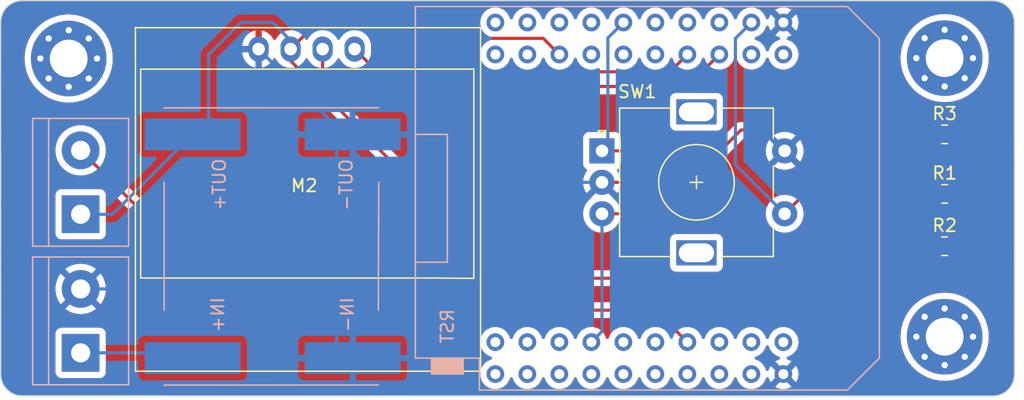
<source format=kicad_pcb>
(kicad_pcb (version 20221018) (generator pcbnew)
  (layers (0 "F.Cu" signal) (31 "B.Cu" signal) (34 "B.Paste" user) (35 "F.Paste" user) (36 "B.SilkS" user "B.Silkscreen") (37 "F.SilkS" user "F.Silkscreen") (38 "B.Mask" user) (39 "F.Mask" user) (44 "Edge.Cuts" user))
  (net 0 "")
  (footprint "Resistor_SMD:R_0805_2012Metric_Pad1.20x1.40mm_HandSolder" (layer "F.Cu") (at 172.771201 91.90926)
    (fp_text reference "R3" (at 0 -1.65) (layer "F.SilkS"))
    (fp_text value "R" hide)
    (fp_line (start -0.227064 -0.735) (end 0.227064 -0.735) (stroke (width 0.12)) (layer "F.SilkS"))
    (fp_line (start -0.227064 0.735) (end 0.227064 0.735) (stroke (width 0.12)) (layer "F.SilkS"))
    (pad "1" smd roundrect (at -1 0) (size 1.2 1.4) (layers "F.Cu" "F.Paste" "F.Mask") (roundrect_rratio 0.208333))
    (pad "2" smd roundrect (at 1 0) (size 1.2 1.4) (layers "F.Cu" "F.Paste" "F.Mask") (roundrect_rratio 0.208333))
  )
  (footprint "MountingHole:MountingHole_3mm_Pad_Via" (layer "F.Cu") (at 172.771201 85.84926)
    (fp_text reference "H2" hide)
    (fp_text value "MountingHole_3mm_Pad_Via" hide)
    (pad "1" thru_hole circle (at -2.25 0) (size 0.8 0.8) (drill 0.5) (layers "*.Cu" "*.Mask"))
    (pad "1" thru_hole circle (at -1.59099 -1.59099) (size 0.8 0.8) (drill 0.5) (layers "*.Cu" "*.Mask"))
    (pad "1" thru_hole circle (at -1.59099 1.59099) (size 0.8 0.8) (drill 0.5) (layers "*.Cu" "*.Mask"))
    (pad "1" thru_hole circle (at 0 -2.25) (size 0.8 0.8) (drill 0.5) (layers "*.Cu" "*.Mask"))
    (pad "1" thru_hole circle (at 0 0) (size 6 6) (drill 3) (layers "*.Cu" "*.Mask"))
    (pad "1" thru_hole circle (at 0 2.25) (size 0.8 0.8) (drill 0.5) (layers "*.Cu" "*.Mask"))
    (pad "1" thru_hole circle (at 1.59099 -1.59099) (size 0.8 0.8) (drill 0.5) (layers "*.Cu" "*.Mask"))
    (pad "1" thru_hole circle (at 1.59099 1.59099) (size 0.8 0.8) (drill 0.5) (layers "*.Cu" "*.Mask"))
    (pad "1" thru_hole circle (at 2.25 0) (size 0.8 0.8) (drill 0.5) (layers "*.Cu" "*.Mask"))
  )
  (footprint "MountingHole:MountingHole_3mm_Pad_Via" (layer "F.Cu") (at 103.242191 85.88025)
    (fp_text reference "H1" hide)
    (fp_text value "MountingHole_3mm_Pad_Via" hide)
    (pad "1" thru_hole circle (at -2.25 0) (size 0.8 0.8) (drill 0.5) (layers "*.Cu" "*.Mask"))
    (pad "1" thru_hole circle (at -1.59099 -1.59099) (size 0.8 0.8) (drill 0.5) (layers "*.Cu" "*.Mask"))
    (pad "1" thru_hole circle (at -1.59099 1.59099) (size 0.8 0.8) (drill 0.5) (layers "*.Cu" "*.Mask"))
    (pad "1" thru_hole circle (at 0 -2.25) (size 0.8 0.8) (drill 0.5) (layers "*.Cu" "*.Mask"))
    (pad "1" thru_hole circle (at 0 0) (size 6 6) (drill 3) (layers "*.Cu" "*.Mask"))
    (pad "1" thru_hole circle (at 0 2.25) (size 0.8 0.8) (drill 0.5) (layers "*.Cu" "*.Mask"))
    (pad "1" thru_hole circle (at 1.59099 -1.59099) (size 0.8 0.8) (drill 0.5) (layers "*.Cu" "*.Mask"))
    (pad "1" thru_hole circle (at 1.59099 1.59099) (size 0.8 0.8) (drill 0.5) (layers "*.Cu" "*.Mask"))
    (pad "1" thru_hole circle (at 2.25 0) (size 0.8 0.8) (drill 0.5) (layers "*.Cu" "*.Mask"))
  )
  (footprint "Rotary_Encoder:RotaryEncoder_Alps_EC11E-Switch_Vertical_H20mm" (layer "F.Cu") (at 145.571201 93.21926)
    (fp_text reference "SW1" (at 2.8 -4.7) (layer "F.SilkS"))
    (fp_text value "RotaryEncoder_Switch" hide)
    (fp_line (start -0.3 -1.6) (end 0.3 -1.6) (stroke (width 0.12)) (layer "F.SilkS"))
    (fp_line (start 0 -1.3) (end -0.3 -1.6) (stroke (width 0.12)) (layer "F.SilkS"))
    (fp_line (start 0.3 -1.6) (end 0 -1.3) (stroke (width 0.12)) (layer "F.SilkS"))
    (fp_line (start 1.4 -3.4) (end 1.4 8.4) (stroke (width 0.12)) (layer "F.SilkS"))
    (fp_line (start 5.5 -3.4) (end 1.4 -3.4) (stroke (width 0.12)) (layer "F.SilkS"))
    (fp_line (start 5.5 8.4) (end 1.4 8.4) (stroke (width 0.12)) (layer "F.SilkS"))
    (fp_line (start 7 2.5) (end 8 2.5) (stroke (width 0.12)) (layer "F.SilkS"))
    (fp_line (start 7.5 2) (end 7.5 3) (stroke (width 0.12)) (layer "F.SilkS"))
    (fp_line (start 9.5 -3.4) (end 13.6 -3.4) (stroke (width 0.12)) (layer "F.SilkS"))
    (fp_line (start 13.6 -3.4) (end 13.6 -1) (stroke (width 0.12)) (layer "F.SilkS"))
    (fp_line (start 13.6 1.2) (end 13.6 3.8) (stroke (width 0.12)) (layer "F.SilkS"))
    (fp_line (start 13.6 6) (end 13.6 8.4) (stroke (width 0.12)) (layer "F.SilkS"))
    (fp_line (start 13.6 8.4) (end 9.5 8.4) (stroke (width 0.12)) (layer "F.SilkS"))
    (fp_circle (center 7.5 2.5) (end 10.5 2.5) (stroke (width 0.12)) (fill none) (layer "F.SilkS"))
    (pad "A" thru_hole rect (at 0 0) (size 2 2) (drill 1) (layers "*.Cu" "*.Mask"))
    (pad "B" thru_hole circle (at 0 5) (size 2 2) (drill 1) (layers "*.Cu" "*.Mask"))
    (pad "C" thru_hole circle (at 0 2.5) (size 2 2) (drill 1) (layers "*.Cu" "*.Mask"))
    (pad "MP" thru_hole rect (at 7.5 -3.1) (size 3.2 2) (drill oval 2.8 1.5) (layers "*.Cu" "*.Mask"))
    (pad "MP" thru_hole rect (at 7.5 8.1) (size 3.2 2) (drill oval 2.8 1.5) (layers "*.Cu" "*.Mask"))
    (pad "S1" thru_hole circle (at 14.5 5) (size 2 2) (drill 1) (layers "*.Cu" "*.Mask"))
    (pad "S2" thru_hole circle (at 14.5 0) (size 2 2) (drill 1) (layers "*.Cu" "*.Mask"))
  )
  (footprint "Resistor_SMD:R_0805_2012Metric_Pad1.20x1.40mm_HandSolder" (layer "F.Cu") (at 172.771201 100.79926)
    (fp_text reference "R2" (at 0 -1.65) (layer "F.SilkS"))
    (fp_text value "R")
    (fp_line (start -0.227064 -0.735) (end 0.227064 -0.735) (stroke (width 0.12)) (layer "F.SilkS"))
    (fp_line (start -0.227064 0.735) (end 0.227064 0.735) (stroke (width 0.12)) (layer "F.SilkS"))
    (pad "1" smd roundrect (at -1 0) (size 1.2 1.4) (layers "F.Cu" "F.Paste" "F.Mask") (roundrect_rratio 0.208333))
    (pad "2" smd roundrect (at 1 0) (size 1.2 1.4) (layers "F.Cu" "F.Paste" "F.Mask") (roundrect_rratio 0.208333))
  )
  (footprint "MountingHole:MountingHole_3mm_Pad_Via" (layer "F.Cu") (at 172.771201 107.993424)
    (fp_text reference "H3" hide)
    (fp_text value "MountingHole_3mm_Pad_Via" hide)
    (pad "1" thru_hole circle (at -2.25 0) (size 0.8 0.8) (drill 0.5) (layers "*.Cu" "*.Mask"))
    (pad "1" thru_hole circle (at -1.59099 -1.59099) (size 0.8 0.8) (drill 0.5) (layers "*.Cu" "*.Mask"))
    (pad "1" thru_hole circle (at -1.59099 1.59099) (size 0.8 0.8) (drill 0.5) (layers "*.Cu" "*.Mask"))
    (pad "1" thru_hole circle (at 0 -2.25) (size 0.8 0.8) (drill 0.5) (layers "*.Cu" "*.Mask"))
    (pad "1" thru_hole circle (at 0 0) (size 6 6) (drill 3) (layers "*.Cu" "*.Mask"))
    (pad "1" thru_hole circle (at 0 2.25) (size 0.8 0.8) (drill 0.5) (layers "*.Cu" "*.Mask"))
    (pad "1" thru_hole circle (at 1.59099 -1.59099) (size 0.8 0.8) (drill 0.5) (layers "*.Cu" "*.Mask"))
    (pad "1" thru_hole circle (at 1.59099 1.59099) (size 0.8 0.8) (drill 0.5) (layers "*.Cu" "*.Mask"))
    (pad "1" thru_hole circle (at 2.25 0) (size 0.8 0.8) (drill 0.5) (layers "*.Cu" "*.Mask"))
  )
  (footprint "Library:SSD1306-128x64OLED" (layer "F.Cu") (at 121.936839 95.730893)
    (fp_text reference "M2" (at 0 0.254) (layer "F.SilkS"))
    (fp_text value "~" hide)
    (fp_line (start -13.4 -12.3) (end 14 -12.3) (stroke (width 0.12)) (layer "F.SilkS"))
    (fp_line (start -13.4 15) (end -13.4 -12.3) (stroke (width 0.12)) (layer "F.SilkS"))
    (fp_line (start -12.978 -9.005) (end 10.122 -9.005) (stroke (width 0.12)) (layer "F.SilkS"))
    (fp_line (start -12.978 7.595) (end -12.978 -9.005) (stroke (width 0.12)) (layer "F.SilkS"))
    (fp_line (start 10.122 -9.005) (end 13.208 -9.005) (stroke (width 0.12)) (layer "F.SilkS"))
    (fp_line (start 10.122 7.595) (end -12.978 7.595) (stroke (width 0.12)) (layer "F.SilkS"))
    (fp_line (start 10.122 7.595) (end 13.462 7.62) (stroke (width 0.12)) (layer "F.SilkS"))
    (fp_line (start 13.462 -9.017) (end 13.208 -9.005) (stroke (width 0.12)) (layer "F.SilkS"))
    (fp_line (start 13.462 7.62) (end 13.462 -9.017) (stroke (width 0.12)) (layer "F.SilkS"))
    (fp_line (start 14 -12.3) (end 14 15) (stroke (width 0.12)) (layer "F.SilkS"))
    (fp_line (start 14 15) (end -13.4 15) (stroke (width 0.12)) (layer "F.SilkS"))
    (pad "1" thru_hole oval (at -3.62 -10.6 90) (size 2 1.6) (drill 1) (layers "*.Cu" "*.Mask"))
    (pad "2" thru_hole oval (at -1.08 -10.6 90) (size 2 1.6) (drill 1) (layers "*.Cu" "*.Mask"))
    (pad "3" thru_hole oval (at 1.46 -10.6 90) (size 2 1.6) (drill 1) (layers "*.Cu" "*.Mask"))
    (pad "4" thru_hole oval (at 4 -10.6 90) (size 2 1.6) (drill 1) (layers "*.Cu" "*.Mask"))
  )
  (footprint "Resistor_SMD:R_0805_2012Metric_Pad1.20x1.40mm_HandSolder" (layer "F.Cu") (at 172.771201 96.639484)
    (fp_text reference "R1" (at 0 -1.65) (layer "F.SilkS"))
    (fp_text value "R" hide)
    (fp_line (start -0.227064 -0.735) (end 0.227064 -0.735) (stroke (width 0.12)) (layer "F.SilkS"))
    (fp_line (start -0.227064 0.735) (end 0.227064 0.735) (stroke (width 0.12)) (layer "F.SilkS"))
    (pad "1" smd roundrect (at -1 0) (size 1.2 1.4) (layers "F.Cu" "F.Paste" "F.Mask") (roundrect_rratio 0.208333))
    (pad "2" smd roundrect (at 1 0) (size 1.2 1.4) (layers "F.Cu" "F.Paste" "F.Mask") (roundrect_rratio 0.208333))
  )
  (footprint "TerminalBlock:TerminalBlock_bornier-2_P5.08mm" (layer "B.Cu") (at 104.191201 109.271994 90)
    (fp_text reference "J6" hide)
    (fp_text value "Screw_Terminal_01x02" hide)
    (fp_line (start -2.54 -3.81) (end 7.62 -3.81) (stroke (width 0.12)) (layer "B.SilkS"))
    (fp_line (start -2.54 3.81) (end -2.54 -3.81) (stroke (width 0.12)) (layer "B.SilkS"))
    (fp_line (start 7.62 -3.81) (end 7.62 3.81) (stroke (width 0.12)) (layer "B.SilkS"))
    (fp_line (start 7.62 -2.54) (end -2.54 -2.54) (stroke (width 0.12)) (layer "B.SilkS"))
    (fp_line (start 7.62 3.81) (end -2.54 3.81) (stroke (width 0.12)) (layer "B.SilkS"))
    (pad "1" thru_hole rect (at 0 0 90) (size 3 3) (drill 1.52) (layers "*.Cu" "*.Mask"))
    (pad "2" thru_hole circle (at 5.08 0 90) (size 3 3) (drill 1.52) (layers "*.Cu" "*.Mask"))
  )
  (footprint "Library:MP1584_Module_Nopad" (layer "B.Cu") (at 119.431201 100.79926 -90)
    (fp_text reference "M1" hide)
    (fp_text value "MP1584-Module" hide)
    (fp_text user "OUT+" (at -4.908348 4.235447 -270 unlocked) (layer "B.SilkS") (effects (justify mirror)))
    (fp_text user "OUT-" (at -4.876994 -5.829107 -270 unlocked) (layer "B.SilkS") (effects (justify mirror)))
    (fp_text user "IN+" (at 5.43839 4.360862 -270 unlocked) (layer "B.SilkS") (effects (justify mirror)))
    (fp_text user "IN-" (at 5.43839 -5.923168 -270 unlocked) (layer "B.SilkS") (effects (justify mirror)))
    (fp_line (start -11.00494 -8.420414) (end -10.995261 8.614284) (stroke (width 0.12)) (layer "B.SilkS"))
    (fp_line (start -5.08 8.614284) (end 5.08 8.615795) (stroke (width 0.12)) (layer "B.SilkS"))
    (fp_line (start 5.08 -8.388015) (end -5.08 -8.420414) (stroke (width 0.12)) (layer "B.SilkS"))
    (fp_line (start 11.0352 8.615795) (end 11.025639 -8.388015) (stroke (width 0.12)) (layer "B.SilkS"))
    (pad "1" smd rect (at 8.89 6.35 90) (size 2.54 7.62) (layers "B.Cu" "B.Paste" "B.Mask"))
    (pad "2" smd rect (at 8.89 -6.35 270) (size 2.54 7.62) (layers "B.Cu" "B.Paste" "B.Mask"))
    (pad "3" smd rect (at -8.89 6.35 90) (size 2.54 7.62) (layers "B.Cu" "B.Paste" "B.Mask"))
    (pad "4" smd rect (at -8.89 -6.35 270) (size 2.54 7.62) (layers "B.Cu" "B.Paste" "B.Mask"))
  )
  (footprint "TerminalBlock:TerminalBlock_bornier-2_P5.08mm" (layer "B.Cu") (at 104.191201 98.25926 90)
    (fp_text reference "J1" hide)
    (fp_text value "Screw_Terminal_01x02" hide)
    (fp_line (start -2.54 -3.81) (end 7.62 -3.81) (stroke (width 0.12)) (layer "B.SilkS"))
    (fp_line (start -2.54 3.81) (end -2.54 -3.81) (stroke (width 0.12)) (layer "B.SilkS"))
    (fp_line (start 7.62 -3.81) (end 7.62 3.81) (stroke (width 0.12)) (layer "B.SilkS"))
    (fp_line (start 7.62 -2.54) (end -2.54 -2.54) (stroke (width 0.12)) (layer "B.SilkS"))
    (fp_line (start 7.62 3.81) (end -2.54 3.81) (stroke (width 0.12)) (layer "B.SilkS"))
    (pad "1" thru_hole rect (at 0 0 90) (size 3 3) (drill 1.52) (layers "*.Cu" "*.Mask"))
    (pad "2" thru_hole circle (at 5.08 0 90) (size 3 3) (drill 1.52) (layers "*.Cu" "*.Mask"))
  )
  (footprint "Library:esp32-wemos-d1-mini" (layer "B.Cu") (at 148.538799 96.98926 90)
    (fp_text reference "U1" hide)
    (fp_text value "mini_esp32" hide)
    (fp_text user "RST" (at -10.16 -15.24 270) (layer "B.SilkS") (effects (justify mirror)))
    (fp_line (start -15.24 -12.7) (end -12.7 -12.7) (stroke (width 0.12)) (layer "B.SilkS"))
    (fp_line (start -15.24 16.51) (end -15.24 -12.7) (stroke (width 0.12)) (layer "B.SilkS"))
    (fp_line (start -12.7 -17.78) (end 15.24 -17.78) (stroke (width 0.12)) (layer "B.SilkS"))
    (fp_line (start -12.7 -12.7) (end -12.7 -17.78) (stroke (width 0.12)) (layer "B.SilkS"))
    (fp_line (start -12.7 19.05) (end -15.24 16.51) (stroke (width 0.12)) (layer "B.SilkS"))
    (fp_line (start -12.7 19.05) (end -11.43 19.05) (stroke (width 0.12)) (layer "B.SilkS"))
    (fp_line (start -5.08 -17.78) (end -5.08 -15.24) (stroke (width 0.12)) (layer "B.SilkS"))
    (fp_line (start -5.08 -15.24) (end 5.08 -15.24) (stroke (width 0.12)) (layer "B.SilkS"))
    (fp_line (start 5.08 -15.24) (end 5.08 -17.78) (stroke (width 0.12)) (layer "B.SilkS"))
    (fp_line (start 12.7 19.05) (end -11.43 19.05) (stroke (width 0.12)) (layer "B.SilkS"))
    (fp_line (start 12.7 19.05) (end 15.24 16.51) (stroke (width 0.12)) (layer "B.SilkS"))
    (fp_line (start 15.24 16.51) (end 15.24 -17.78) (stroke (width 0.12)) (layer "B.SilkS"))
    (fp_poly (pts (xy -13.97 -16.51) (xy -13.97 -13.97) (xy -12.7 -13.97) (xy -12.7 -16.51)) (stroke (width 0.1)) (fill solid) (layer "B.SilkS"))
    (pad "1" thru_hole circle (at -13.97 11.43 180) (size 1.4 1.4) (drill 0.8) (layers "*.Cu" "*.Mask"))
    (pad "2" thru_hole circle (at -11.43 11.43 180) (size 1.4 1.4) (drill 0.8) (layers "*.Cu" "*.Mask"))
    (pad "3" thru_hole circle (at -13.97 8.89 180) (size 1.4 1.4) (drill 0.8) (layers "*.Cu" "*.Mask"))
    (pad "4" thru_hole circle (at -11.43 8.89 180) (size 1.4 1.4) (drill 0.8) (layers "*.Cu" "*.Mask"))
    (pad "5" thru_hole circle (at -13.97 6.35 180) (size 1.4 1.4) (drill 0.8) (layers "*.Cu" "*.Mask"))
    (pad "6" thru_hole circle (at -11.43 6.35 180) (size 1.4 1.4) (drill 0.8) (layers "*.Cu" "*.Mask"))
    (pad "7" thru_hole circle (at -13.97 3.81 180) (size 1.4 1.4) (drill 0.8) (layers "*.Cu" "*.Mask"))
    (pad "8" thru_hole circle (at -11.43 3.81 180) (size 1.4 1.4) (drill 0.8) (layers "*.Cu" "*.Mask"))
    (pad "9" thru_hole circle (at -13.97 1.27 180) (size 1.4 1.4) (drill 0.8) (layers "*.Cu" "*.Mask"))
    (pad "10" thru_hole circle (at -11.43 1.27 180) (size 1.4 1.4) (drill 0.8) (layers "*.Cu" "*.Mask"))
    (pad "11" thru_hole circle (at -13.97 -1.27 180) (size 1.4 1.4) (drill 0.8) (layers "*.Cu" "*.Mask"))
    (pad "12" thru_hole circle (at -11.43 -1.27 180) (size 1.4 1.4) (drill 0.8) (layers "*.Cu" "*.Mask"))
    (pad "13" thru_hole circle (at -13.97 -3.81 180) (size 1.4 1.4) (drill 0.8) (layers "*.Cu" "*.Mask"))
    (pad "14" thru_hole circle (at -11.43 -3.81 180) (size 1.4 1.4) (drill 0.8) (layers "*.Cu" "*.Mask"))
    (pad "15" thru_hole circle (at -13.97 -6.35 180) (size 1.4 1.4) (drill 0.8) (layers "*.Cu" "*.Mask"))
    (pad "16" thru_hole circle (at -11.43 -6.35 180) (size 1.4 1.4) (drill 0.8) (layers "*.Cu" "*.Mask"))
    (pad "17" thru_hole circle (at -13.97 -8.89 180) (size 1.4 1.4) (drill 0.8) (layers "*.Cu" "*.Mask"))
    (pad "18" thru_hole circle (at -11.43 -8.89 180) (size 1.4 1.4) (drill 0.8) (layers "*.Cu" "*.Mask"))
    (pad "19" thru_hole circle (at -13.97 -11.43 180) (size 1.4 1.4) (drill 0.8) (layers "*.Cu" "*.Mask"))
    (pad "20" thru_hole circle (at -11.43 -11.43 180) (size 1.4 1.4) (drill 0.8) (layers "*.Cu" "*.Mask"))
    (pad "21" thru_hole circle (at 11.43 11.43 180) (size 1.4 1.4) (drill 0.8) (layers "*.Cu" "*.Mask"))
    (pad "22" thru_hole circle (at 13.97 11.43 180) (size 1.4 1.4) (drill 0.8) (layers "*.Cu" "*.Mask"))
    (pad "23" thru_hole circle (at 11.43 8.89 180) (size 1.4 1.4) (drill 0.8) (layers "*.Cu" "*.Mask"))
    (pad "24" thru_hole circle (at 13.97 8.89 180) (size 1.4 1.4) (drill 0.8) (layers "*.Cu" "*.Mask"))
    (pad "25" thru_hole circle (at 11.43 6.35 180) (size 1.4 1.4) (drill 0.8) (layers "*.Cu" "*.Mask"))
    (pad "26" thru_hole circle (at 13.97 6.35 180) (size 1.4 1.4) (drill 0.8) (layers "*.Cu" "*.Mask"))
    (pad "27" thru_hole circle (at 11.43 3.81 180) (size 1.4 1.4) (drill 0.8) (layers "*.Cu" "*.Mask"))
    (pad "28" thru_hole circle (at 13.97 3.81 180) (size 1.4 1.4) (drill 0.8) (layers "*.Cu" "*.Mask"))
    (pad "29" thru_hole circle (at 11.43 1.27 180) (size 1.4 1.4) (drill 0.8) (layers "*.Cu" "*.Mask"))
    (pad "30" thru_hole circle (at 13.97 1.27 180) (size 1.4 1.4) (drill 0.8) (layers "*.Cu" "*.Mask"))
    (pad "31" thru_hole circle (at 11.43 -1.27 180) (size 1.4 1.4) (drill 0.8) (layers "*.Cu" "*.Mask"))
    (pad "32" thru_hole circle (at 13.97 -1.27 180) (size 1.4 1.4) (drill 0.8) (layers "*.Cu" "*.Mask"))
    (pad "33" thru_hole circle (at 11.43 -3.81 180) (size 1.4 1.4) (drill 0.8) (layers "*.Cu" "*.Mask"))
    (pad "34" thru_hole circle (at 13.97 -3.81 180) (size 1.4 1.4) (drill 0.8) (layers "*.Cu" "*.Mask"))
    (pad "35" thru_hole circle (at 11.43 -6.35 180) (size 1.4 1.4) (drill 0.8) (layers "*.Cu" "*.Mask"))
    (pad "36" thru_hole circle (at 13.97 -6.35 180) (size 1.4 1.4) (drill 0.8) (layers "*.Cu" "*.Mask"))
    (pad "37" thru_hole circle (at 11.43 -8.89 180) (size 1.4 1.4) (drill 0.8) (layers "*.Cu" "*.Mask"))
    (pad "38" thru_hole circle (at 13.97 -8.89 180) (size 1.4 1.4) (drill 0.8) (layers "*.Cu" "*.Mask"))
    (pad "39" thru_hole circle (at 11.43 -11.43 180) (size 1.4 1.4) (drill 0.8) (layers "*.Cu" "*.Mask"))
    (pad "40" thru_hole circle (at 13.97 -11.43 180) (size 1.4 1.4) (drill 0.8) (layers "*.Cu" "*.Mask"))
  )
  (gr_line (start 178.305143 82.909924) (end 178.314308 110.968906) (stroke (width 0.1)) (layer "Edge.Cuts"))
  (gr_arc (start 97.841201 83.01926) (mid 98.304327 81.824029) (end 99.464972 81.28) (stroke (width 0.1)) (layer "Edge.Cuts"))
  (gr_arc (start 99.585951 112.696333) (mid 98.390717 112.233209) (end 97.846691 111.072562) (stroke (width 0.1)) (layer "Edge.Cuts"))
  (gr_arc (start 176.565883 81.286153) (mid 177.76115 81.749241) (end 178.305143 82.909924) (stroke (width 0.1)) (layer "Edge.Cuts"))
  (gr_arc (start 178.314308 110.968906) (mid 177.851201 112.164155) (end 176.690537 112.708166) (stroke (width 0.1)) (layer "Edge.Cuts"))
  (gr_line (start 99.585951 112.696333) (end 176.690537 112.708166) (stroke (width 0.1)) (layer "Edge.Cuts"))
  (gr_line (start 176.565883 81.286153) (end 99.464972 81.28) (stroke (width 0.1)) (layer "Edge.Cuts"))
  (gr_line (start 97.841201 83.01926) (end 97.846691 111.072562) (stroke (width 0.1)) (layer "Edge.Cuts"))
  (segment (start 120.856839 85.130893) (end 120.856839 86.068408) (width 0.25) (layer "F.Cu") (net 0))
  (segment (start 125.936839 85.130893) (end 127.740015 86.934069) (width 0.25) (layer "F.Cu") (net 0))
  (segment (start 130.850128 84.278187) (end 140.907726 84.278187) (width 0.25) (layer "F.Cu") (net 0))
  (segment (start 137.211201 105.87926) (end 149.808799 105.87926) (width 0.25) (layer "F.Cu") (net 0))
  (segment (start 170.850977 101.719484) (end 158.451425 101.719484) (width 0.25) (layer "F.Cu") (net 0))
  (segment (start 123.396839 86.984898) (end 124.511201 88.09926) (width 0.25) (layer "F.Cu") (net 0))
  (segment (start 171.771201 96.639484) (end 161.650977 96.639484) (width 0.25) (layer "F.Cu") (net 0))
  (segment (start 171.421425 91.559484) (end 156.610977 91.559484) (width 0.25) (layer "F.Cu") (net 0))
  (segment (start 173.771201 101.284444) (end 173.771201 100.79926) (width 0.25) (layer "F.Cu") (net 0))
  (segment (start 173.771201 96.639484) (end 173.771201 91.90926) (width 0.25) (layer "F.Cu") (net 0))
  (segment (start 152.348799 88.09926) (end 154.888799 85.55926) (width 0.25) (layer "F.Cu") (net 0))
  (segment (start 157.571201 95.71926) (end 160.071201 93.21926) (width 0.25) (layer "F.Cu") (net 0))
  (segment (start 127.740015 86.934069) (end 150.97399 86.934069) (width 0.25) (layer "F.Cu") (net 0))
  (segment (start 154.951201 98.21926) (end 145.571201 98.21926) (width 0.25) (layer "F.Cu") (net 0))
  (segment (start 156.610977 91.559484) (end 154.951201 93.21926) (width 0.25) (layer "F.Cu") (net 0))
  (segment (start 161.650977 96.639484) (end 160.071201 98.21926) (width 0.25) (layer "F.Cu") (net 0))
  (segment (start 124.511201 88.09926) (end 152.348799 88.09926) (width 0.25) (layer "F.Cu") (net 0))
  (segment (start 120.856839 86.068408) (end 138.127691 103.33926) (width 0.25) (layer "F.Cu") (net 0))
  (segment (start 123.396839 85.130893) (end 123.396839 86.984898) (width 0.25) (layer "F.Cu") (net 0))
  (segment (start 140.907726 84.278187) (end 142.188799 85.55926) (width 0.25) (layer "F.Cu") (net 0))
  (segment (start 120.856839 85.130893) (end 122.968472 83.01926) (width 0.25) (layer "F.Cu") (net 0))
  (segment (start 171.771201 91.90926) (end 171.421425 91.559484) (width 0.25) (layer "F.Cu") (net 0))
  (segment (start 122.968472 83.01926) (end 129.591201 83.01926) (width 0.25) (layer "F.Cu") (net 0))
  (segment (start 171.771201 100.79926) (end 170.850977 101.719484) (width 0.25) (layer "F.Cu") (net 0))
  (segment (start 158.451425 101.719484) (end 154.951201 98.21926) (width 0.25) (layer "F.Cu") (net 0))
  (segment (start 129.591201 98.25926) (end 137.211201 105.87926) (width 0.25) (layer "F.Cu") (net 0))
  (segment (start 150.97399 86.934069) (end 152.348799 85.55926) (width 0.25) (layer "F.Cu") (net 0))
  (segment (start 109.271201 98.25926) (end 104.191201 93.17926) (width 0.25) (layer "F.Cu") (net 0))
  (segment (start 138.127691 103.33926) (end 171.716385 103.33926) (width 0.25) (layer "F.Cu") (net 0))
  (segment (start 129.591201 98.25926) (end 109.271201 98.25926) (width 0.25) (layer "F.Cu") (net 0))
  (segment (start 149.808799 105.87926) (end 152.348799 108.41926) (width 0.25) (layer "F.Cu") (net 0))
  (segment (start 171.716385 103.33926) (end 173.771201 101.284444) (width 0.25) (layer "F.Cu") (net 0))
  (segment (start 145.571201 95.71926) (end 157.571201 95.71926) (width 0.25) (layer "F.Cu") (net 0))
  (segment (start 154.951201 93.21926) (end 145.571201 93.21926) (width 0.25) (layer "F.Cu") (net 0))
  (segment (start 129.591201 83.01926) (end 130.850128 84.278187) (width 0.25) (layer "F.Cu") (net 0))
  (segment (start 173.771201 100.79926) (end 173.771201 96.639484) (width 0.25) (layer "F.Cu") (net 0))
  (segment (start 145.571201 107.576858) (end 144.728799 108.41926) (width 0.25) (layer "B.Cu") (net 0))
  (segment (start 162.611201 90.67926) (end 162.611201 85.661662) (width 0.25) (layer "B.Cu") (net 0))
  (segment (start 120.856839 84.444898) (end 120.856839 85.130893) (width 0.25) (layer "B.Cu") (net 0))
  (segment (start 104.191201 104.191994) (end 121.553934 104.191994) (width 0.25) (layer "B.Cu") (net 0))
  (segment (start 159.968799 110.95926) (end 162.611201 108.316858) (width 0.25) (layer "B.Cu") (net 0))
  (segment (start 145.571201 98.21926) (end 145.571201 107.576858) (width 0.25) (layer "B.Cu") (net 0))
  (segment (start 160.071201 93.21926) (end 162.611201 90.67926) (width 0.25) (layer "B.Cu") (net 0))
  (segment (start 118.316839 85.130893) (end 124.511201 91.325255) (width 0.25) (layer "B.Cu") (net 0))
  (segment (start 146.040681 92.74978) (end 146.040681 84.247378) (width 0.25) (layer "B.Cu") (net 0))
  (segment (start 156.164277 94.312336) (end 156.164277 84.283782) (width 0.25) (layer "B.Cu") (net 0))
  (segment (start 124.5112 107.14926) (end 124.5112 109.68926) (width 0.25) (layer "B.Cu") (net 0))
  (segment (start 162.611201 85.661662) (end 159.968799 83.01926) (width 0.25) (layer "B.Cu") (net 0))
  (segment (start 119.431201 83.01926) (end 120.856839 84.444898) (width 0.25) (layer "B.Cu") (net 0))
  (segment (start 162.611201 108.316858) (end 162.611201 90.67926) (width 0.25) (layer "B.Cu") (net 0))
  (segment (start 160.071201 98.21926) (end 156.164277 94.312336) (width 0.25) (layer "B.Cu") (net 0))
  (segment (start 145.571201 93.21926) (end 146.040681 92.74978) (width 0.25) (layer "B.Cu") (net 0))
  (segment (start 124.511201 91.90926) (end 128.321201 95.71926) (width 0.25) (layer "B.Cu") (net 0))
  (segment (start 121.553934 104.191994) (end 124.5112 107.14926) (width 0.25) (layer "B.Cu") (net 0))
  (segment (start 110.541201 91.90926) (end 114.351201 91.90926) (width 0.25) (layer "B.Cu") (net 0))
  (segment (start 106.731201 98.25926) (end 104.191201 98.25926) (width 0.25) (layer "B.Cu") (net 0))
  (segment (start 116.891201 83.01926) (end 119.431201 83.01926) (width 0.25) (layer "B.Cu") (net 0))
  (segment (start 146.040681 84.247378) (end 147.268799 83.01926) (width 0.25) (layer "B.Cu") (net 0))
  (segment (start 124.511201 91.325255) (end 124.511201 91.90926) (width 0.25) (layer "B.Cu") (net 0))
  (segment (start 128.321201 95.71926) (end 145.571201 95.71926) (width 0.25) (layer "B.Cu") (net 0))
  (segment (start 104.191201 109.271994) (end 113.933935 109.271994) (width 0.25) (layer "B.Cu") (net 0))
  (segment (start 114.351201 85.55926) (end 116.891201 83.01926) (width 0.25) (layer "B.Cu") (net 0))
  (segment (start 113.933935 109.271994) (end 114.351201 109.68926) (width 0.25) (layer "B.Cu") (net 0))
  (segment (start 156.164277 84.283782) (end 157.428799 83.01926) (width 0.25) (layer "B.Cu") (net 0))
  (segment (start 117.888472 85.55926) (end 118.316839 85.130893) (width 0.25) (layer "B.Cu") (net 0))
  (segment (start 114.351201 91.90926) (end 114.351201 85.55926) (width 0.25) (layer "B.Cu") (net 0))
  (segment (start 124.511201 91.90926) (end 124.5112 109.68926) (width 0.25) (layer "B.Cu") (net 0))
  (segment (start 113.081201 91.90926) (end 106.731201 98.25926) (width 0.25) (layer "B.Cu") (net 0))
  (zone (net 0) (net_name "") (layers "F&B.Cu") (connect_pads (clearance 0.5)) (min_thickness 0.25) (fill yes (thermal_gap 0.5) (thermal_bridge_width 0.5))
    (polygon (pts (xy 179.07 81.28) (xy 97.79 81.28) (xy 97.79 113.03) (xy 179.07 113.03)))
  )
)
</source>
